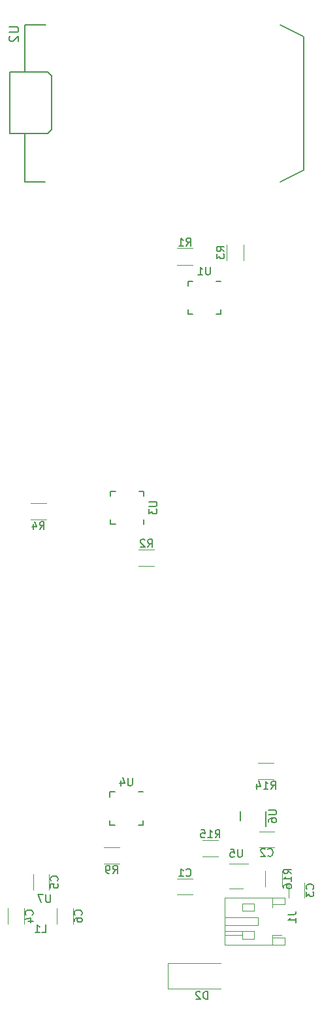
<source format=gbr>
G04 #@! TF.FileFunction,Legend,Bot*
%FSLAX46Y46*%
G04 Gerber Fmt 4.6, Leading zero omitted, Abs format (unit mm)*
G04 Created by KiCad (PCBNEW 4.0.6) date 07/28/17 14:14:33*
%MOMM*%
%LPD*%
G01*
G04 APERTURE LIST*
%ADD10C,0.100000*%
%ADD11C,0.120000*%
%ADD12C,0.150000*%
G04 APERTURE END LIST*
D10*
D11*
X71970000Y-147850000D02*
X71970000Y-149850000D01*
X69930000Y-149850000D02*
X69930000Y-147850000D01*
X68870000Y-143450000D02*
X68870000Y-145450000D01*
X66830000Y-145450000D02*
X66830000Y-143450000D01*
D12*
X98862137Y-53810000D02*
X101862137Y-52298805D01*
X98862137Y-33510000D02*
X101862137Y-35026805D01*
X101862137Y-35026805D02*
X101862137Y-52298805D01*
X65702137Y-39606605D02*
X65702137Y-33500000D01*
X65702137Y-33500000D02*
X68459137Y-33500000D01*
X65702137Y-53820000D02*
X68382937Y-53820000D01*
X65702137Y-53820000D02*
X65702137Y-47597000D01*
X68693737Y-47606605D02*
X69193737Y-47106605D01*
X69193737Y-47106605D02*
X69193737Y-40106605D01*
X69193737Y-40106605D02*
X68693737Y-39606605D01*
X68693737Y-47606605D02*
X63797137Y-47606605D01*
X63797137Y-47606605D02*
X63797137Y-39606605D01*
X68693737Y-39606605D02*
X63797137Y-39606605D01*
D11*
X65620000Y-147850000D02*
X65620000Y-149850000D01*
X63580000Y-149850000D02*
X63580000Y-147850000D01*
D12*
X93725000Y-136475000D02*
X93725000Y-135325000D01*
X96975000Y-137250000D02*
X96975000Y-135325000D01*
D11*
X94050000Y-145260000D02*
X92250000Y-145260000D01*
X92250000Y-142040000D02*
X94700000Y-142040000D01*
D12*
X76787500Y-132787500D02*
X76787500Y-133387500D01*
X81037500Y-137037500D02*
X81037500Y-136437500D01*
X76787500Y-137037500D02*
X76787500Y-136437500D01*
X81037500Y-132787500D02*
X80437500Y-132787500D01*
X81037500Y-137037500D02*
X80437500Y-137037500D01*
X76787500Y-137037500D02*
X77387500Y-137037500D01*
X76787500Y-132787500D02*
X77387500Y-132787500D01*
X81125000Y-93875000D02*
X80525000Y-93875000D01*
X76875000Y-98125000D02*
X77475000Y-98125000D01*
X76875000Y-93875000D02*
X77475000Y-93875000D01*
X81125000Y-98125000D02*
X81125000Y-97525000D01*
X76875000Y-98125000D02*
X76875000Y-97525000D01*
X76875000Y-93875000D02*
X76875000Y-94475000D01*
X81125000Y-93875000D02*
X81125000Y-94475000D01*
X86875000Y-66675000D02*
X86875000Y-67275000D01*
X91125000Y-70925000D02*
X91125000Y-70325000D01*
X86875000Y-70925000D02*
X86875000Y-70325000D01*
X91125000Y-66675000D02*
X90525000Y-66675000D01*
X91125000Y-70925000D02*
X90525000Y-70925000D01*
X86875000Y-70925000D02*
X87475000Y-70925000D01*
X86875000Y-66675000D02*
X87475000Y-66675000D01*
D11*
X96930000Y-143000000D02*
X96930000Y-145000000D01*
X99070000Y-145000000D02*
X99070000Y-143000000D01*
X88800000Y-141170000D02*
X90800000Y-141170000D01*
X90800000Y-139030000D02*
X88800000Y-139030000D01*
X98000000Y-129030000D02*
X96000000Y-129030000D01*
X96000000Y-131170000D02*
X98000000Y-131170000D01*
X78000000Y-139930000D02*
X76000000Y-139930000D01*
X76000000Y-142070000D02*
X78000000Y-142070000D01*
X68500000Y-95430000D02*
X66500000Y-95430000D01*
X66500000Y-97570000D02*
X68500000Y-97570000D01*
X94070000Y-64000000D02*
X94070000Y-62000000D01*
X91930000Y-62000000D02*
X91930000Y-64000000D01*
X80500000Y-103570000D02*
X82500000Y-103570000D01*
X82500000Y-101430000D02*
X80500000Y-101430000D01*
X85500000Y-64570000D02*
X87500000Y-64570000D01*
X87500000Y-62430000D02*
X85500000Y-62430000D01*
X91650000Y-150000000D02*
X96000000Y-150000000D01*
X96000000Y-150000000D02*
X96000000Y-149000000D01*
X96000000Y-149000000D02*
X91650000Y-149000000D01*
X97850000Y-151300000D02*
X97850000Y-151650000D01*
X97850000Y-151650000D02*
X99450000Y-151650000D01*
X99450000Y-151650000D02*
X99450000Y-152550000D01*
X99450000Y-152550000D02*
X91650000Y-152550000D01*
X91650000Y-152550000D02*
X91650000Y-146450000D01*
X91650000Y-146450000D02*
X99450000Y-146450000D01*
X99450000Y-146450000D02*
X99450000Y-147350000D01*
X99450000Y-147350000D02*
X97850000Y-147350000D01*
X97850000Y-147350000D02*
X97850000Y-147700000D01*
X97850000Y-152550000D02*
X97850000Y-151650000D01*
X97850000Y-146450000D02*
X97850000Y-147350000D01*
X95500000Y-151800000D02*
X93900000Y-151800000D01*
X93900000Y-151800000D02*
X93900000Y-150800000D01*
X93900000Y-150800000D02*
X95500000Y-150800000D01*
X95500000Y-150800000D02*
X95500000Y-151800000D01*
X95500000Y-147200000D02*
X93900000Y-147200000D01*
X93900000Y-147200000D02*
X93900000Y-148200000D01*
X93900000Y-148200000D02*
X95500000Y-148200000D01*
X95500000Y-148200000D02*
X95500000Y-147200000D01*
X93900000Y-150800000D02*
X91650000Y-150800000D01*
X93900000Y-151300000D02*
X91650000Y-151300000D01*
X97850000Y-151300000D02*
X99050000Y-151300000D01*
X84275000Y-158275000D02*
X84275000Y-154975000D01*
X84275000Y-154975000D02*
X91175000Y-154975000D01*
X84275000Y-158275000D02*
X91175000Y-158275000D01*
X102020000Y-144500000D02*
X102020000Y-146500000D01*
X99980000Y-146500000D02*
X99980000Y-144500000D01*
X98100000Y-139920000D02*
X96100000Y-139920000D01*
X96100000Y-137880000D02*
X98100000Y-137880000D01*
X85500000Y-143980000D02*
X87500000Y-143980000D01*
X87500000Y-146020000D02*
X85500000Y-146020000D01*
D12*
X73057143Y-148683334D02*
X73104762Y-148635715D01*
X73152381Y-148492858D01*
X73152381Y-148397620D01*
X73104762Y-148254762D01*
X73009524Y-148159524D01*
X72914286Y-148111905D01*
X72723810Y-148064286D01*
X72580952Y-148064286D01*
X72390476Y-148111905D01*
X72295238Y-148159524D01*
X72200000Y-148254762D01*
X72152381Y-148397620D01*
X72152381Y-148492858D01*
X72200000Y-148635715D01*
X72247619Y-148683334D01*
X72152381Y-149540477D02*
X72152381Y-149350000D01*
X72200000Y-149254762D01*
X72247619Y-149207143D01*
X72390476Y-149111905D01*
X72580952Y-149064286D01*
X72961905Y-149064286D01*
X73057143Y-149111905D01*
X73104762Y-149159524D01*
X73152381Y-149254762D01*
X73152381Y-149445239D01*
X73104762Y-149540477D01*
X73057143Y-149588096D01*
X72961905Y-149635715D01*
X72723810Y-149635715D01*
X72628571Y-149588096D01*
X72580952Y-149540477D01*
X72533333Y-149445239D01*
X72533333Y-149254762D01*
X72580952Y-149159524D01*
X72628571Y-149111905D01*
X72723810Y-149064286D01*
X69957143Y-144283334D02*
X70004762Y-144235715D01*
X70052381Y-144092858D01*
X70052381Y-143997620D01*
X70004762Y-143854762D01*
X69909524Y-143759524D01*
X69814286Y-143711905D01*
X69623810Y-143664286D01*
X69480952Y-143664286D01*
X69290476Y-143711905D01*
X69195238Y-143759524D01*
X69100000Y-143854762D01*
X69052381Y-143997620D01*
X69052381Y-144092858D01*
X69100000Y-144235715D01*
X69147619Y-144283334D01*
X69052381Y-145188096D02*
X69052381Y-144711905D01*
X69528571Y-144664286D01*
X69480952Y-144711905D01*
X69433333Y-144807143D01*
X69433333Y-145045239D01*
X69480952Y-145140477D01*
X69528571Y-145188096D01*
X69623810Y-145235715D01*
X69861905Y-145235715D01*
X69957143Y-145188096D01*
X70004762Y-145140477D01*
X70052381Y-145045239D01*
X70052381Y-144807143D01*
X70004762Y-144711905D01*
X69957143Y-144664286D01*
X63736594Y-33792319D02*
X64708023Y-33792319D01*
X64822308Y-33849462D01*
X64879451Y-33906605D01*
X64936594Y-34020891D01*
X64936594Y-34249462D01*
X64879451Y-34363748D01*
X64822308Y-34420891D01*
X64708023Y-34478034D01*
X63736594Y-34478034D01*
X63850880Y-34992319D02*
X63793737Y-35049462D01*
X63736594Y-35163748D01*
X63736594Y-35449462D01*
X63793737Y-35563748D01*
X63850880Y-35620891D01*
X63965166Y-35678034D01*
X64079451Y-35678034D01*
X64250880Y-35620891D01*
X64936594Y-34935177D01*
X64936594Y-35678034D01*
X66707143Y-148683334D02*
X66754762Y-148635715D01*
X66802381Y-148492858D01*
X66802381Y-148397620D01*
X66754762Y-148254762D01*
X66659524Y-148159524D01*
X66564286Y-148111905D01*
X66373810Y-148064286D01*
X66230952Y-148064286D01*
X66040476Y-148111905D01*
X65945238Y-148159524D01*
X65850000Y-148254762D01*
X65802381Y-148397620D01*
X65802381Y-148492858D01*
X65850000Y-148635715D01*
X65897619Y-148683334D01*
X66135714Y-149540477D02*
X66802381Y-149540477D01*
X65754762Y-149302381D02*
X66469048Y-149064286D01*
X66469048Y-149683334D01*
X69061905Y-146068424D02*
X69061905Y-146877948D01*
X69014286Y-146973186D01*
X68966667Y-147020805D01*
X68871429Y-147068424D01*
X68680952Y-147068424D01*
X68585714Y-147020805D01*
X68538095Y-146973186D01*
X68490476Y-146877948D01*
X68490476Y-146068424D01*
X68109524Y-146068424D02*
X67442857Y-146068424D01*
X67871429Y-147068424D01*
X67946666Y-150952381D02*
X68422857Y-150952381D01*
X68422857Y-149952381D01*
X67089523Y-150952381D02*
X67660952Y-150952381D01*
X67375238Y-150952381D02*
X67375238Y-149952381D01*
X67470476Y-150095238D01*
X67565714Y-150190476D01*
X67660952Y-150238095D01*
X97352381Y-135138095D02*
X98161905Y-135138095D01*
X98257143Y-135185714D01*
X98304762Y-135233333D01*
X98352381Y-135328571D01*
X98352381Y-135519048D01*
X98304762Y-135614286D01*
X98257143Y-135661905D01*
X98161905Y-135709524D01*
X97352381Y-135709524D01*
X97352381Y-136614286D02*
X97352381Y-136423809D01*
X97400000Y-136328571D01*
X97447619Y-136280952D01*
X97590476Y-136185714D01*
X97780952Y-136138095D01*
X98161905Y-136138095D01*
X98257143Y-136185714D01*
X98304762Y-136233333D01*
X98352381Y-136328571D01*
X98352381Y-136519048D01*
X98304762Y-136614286D01*
X98257143Y-136661905D01*
X98161905Y-136709524D01*
X97923810Y-136709524D01*
X97828571Y-136661905D01*
X97780952Y-136614286D01*
X97733333Y-136519048D01*
X97733333Y-136328571D01*
X97780952Y-136233333D01*
X97828571Y-136185714D01*
X97923810Y-136138095D01*
X93911905Y-140202381D02*
X93911905Y-141011905D01*
X93864286Y-141107143D01*
X93816667Y-141154762D01*
X93721429Y-141202381D01*
X93530952Y-141202381D01*
X93435714Y-141154762D01*
X93388095Y-141107143D01*
X93340476Y-141011905D01*
X93340476Y-140202381D01*
X92388095Y-140202381D02*
X92864286Y-140202381D01*
X92911905Y-140678571D01*
X92864286Y-140630952D01*
X92769048Y-140583333D01*
X92530952Y-140583333D01*
X92435714Y-140630952D01*
X92388095Y-140678571D01*
X92340476Y-140773810D01*
X92340476Y-141011905D01*
X92388095Y-141107143D01*
X92435714Y-141154762D01*
X92530952Y-141202381D01*
X92769048Y-141202381D01*
X92864286Y-141154762D01*
X92911905Y-141107143D01*
X79674405Y-130964881D02*
X79674405Y-131774405D01*
X79626786Y-131869643D01*
X79579167Y-131917262D01*
X79483929Y-131964881D01*
X79293452Y-131964881D01*
X79198214Y-131917262D01*
X79150595Y-131869643D01*
X79102976Y-131774405D01*
X79102976Y-130964881D01*
X78198214Y-131298214D02*
X78198214Y-131964881D01*
X78436310Y-130917262D02*
X78674405Y-131631548D01*
X78055357Y-131631548D01*
X81852381Y-95238095D02*
X82661905Y-95238095D01*
X82757143Y-95285714D01*
X82804762Y-95333333D01*
X82852381Y-95428571D01*
X82852381Y-95619048D01*
X82804762Y-95714286D01*
X82757143Y-95761905D01*
X82661905Y-95809524D01*
X81852381Y-95809524D01*
X81852381Y-96190476D02*
X81852381Y-96809524D01*
X82233333Y-96476190D01*
X82233333Y-96619048D01*
X82280952Y-96714286D01*
X82328571Y-96761905D01*
X82423810Y-96809524D01*
X82661905Y-96809524D01*
X82757143Y-96761905D01*
X82804762Y-96714286D01*
X82852381Y-96619048D01*
X82852381Y-96333333D01*
X82804762Y-96238095D01*
X82757143Y-96190476D01*
X89761905Y-64852381D02*
X89761905Y-65661905D01*
X89714286Y-65757143D01*
X89666667Y-65804762D01*
X89571429Y-65852381D01*
X89380952Y-65852381D01*
X89285714Y-65804762D01*
X89238095Y-65757143D01*
X89190476Y-65661905D01*
X89190476Y-64852381D01*
X88190476Y-65852381D02*
X88761905Y-65852381D01*
X88476191Y-65852381D02*
X88476191Y-64852381D01*
X88571429Y-64995238D01*
X88666667Y-65090476D01*
X88761905Y-65138095D01*
X100302381Y-143357143D02*
X99826190Y-143023809D01*
X100302381Y-142785714D02*
X99302381Y-142785714D01*
X99302381Y-143166667D01*
X99350000Y-143261905D01*
X99397619Y-143309524D01*
X99492857Y-143357143D01*
X99635714Y-143357143D01*
X99730952Y-143309524D01*
X99778571Y-143261905D01*
X99826190Y-143166667D01*
X99826190Y-142785714D01*
X100302381Y-144309524D02*
X100302381Y-143738095D01*
X100302381Y-144023809D02*
X99302381Y-144023809D01*
X99445238Y-143928571D01*
X99540476Y-143833333D01*
X99588095Y-143738095D01*
X99302381Y-145166667D02*
X99302381Y-144976190D01*
X99350000Y-144880952D01*
X99397619Y-144833333D01*
X99540476Y-144738095D01*
X99730952Y-144690476D01*
X100111905Y-144690476D01*
X100207143Y-144738095D01*
X100254762Y-144785714D01*
X100302381Y-144880952D01*
X100302381Y-145071429D01*
X100254762Y-145166667D01*
X100207143Y-145214286D01*
X100111905Y-145261905D01*
X99873810Y-145261905D01*
X99778571Y-145214286D01*
X99730952Y-145166667D01*
X99683333Y-145071429D01*
X99683333Y-144880952D01*
X99730952Y-144785714D01*
X99778571Y-144738095D01*
X99873810Y-144690476D01*
X90442857Y-138702381D02*
X90776191Y-138226190D01*
X91014286Y-138702381D02*
X91014286Y-137702381D01*
X90633333Y-137702381D01*
X90538095Y-137750000D01*
X90490476Y-137797619D01*
X90442857Y-137892857D01*
X90442857Y-138035714D01*
X90490476Y-138130952D01*
X90538095Y-138178571D01*
X90633333Y-138226190D01*
X91014286Y-138226190D01*
X89490476Y-138702381D02*
X90061905Y-138702381D01*
X89776191Y-138702381D02*
X89776191Y-137702381D01*
X89871429Y-137845238D01*
X89966667Y-137940476D01*
X90061905Y-137988095D01*
X88585714Y-137702381D02*
X89061905Y-137702381D01*
X89109524Y-138178571D01*
X89061905Y-138130952D01*
X88966667Y-138083333D01*
X88728571Y-138083333D01*
X88633333Y-138130952D01*
X88585714Y-138178571D01*
X88538095Y-138273810D01*
X88538095Y-138511905D01*
X88585714Y-138607143D01*
X88633333Y-138654762D01*
X88728571Y-138702381D01*
X88966667Y-138702381D01*
X89061905Y-138654762D01*
X89109524Y-138607143D01*
X97642857Y-132402381D02*
X97976191Y-131926190D01*
X98214286Y-132402381D02*
X98214286Y-131402381D01*
X97833333Y-131402381D01*
X97738095Y-131450000D01*
X97690476Y-131497619D01*
X97642857Y-131592857D01*
X97642857Y-131735714D01*
X97690476Y-131830952D01*
X97738095Y-131878571D01*
X97833333Y-131926190D01*
X98214286Y-131926190D01*
X96690476Y-132402381D02*
X97261905Y-132402381D01*
X96976191Y-132402381D02*
X96976191Y-131402381D01*
X97071429Y-131545238D01*
X97166667Y-131640476D01*
X97261905Y-131688095D01*
X95833333Y-131735714D02*
X95833333Y-132402381D01*
X96071429Y-131354762D02*
X96309524Y-132069048D01*
X95690476Y-132069048D01*
X77166666Y-143302381D02*
X77500000Y-142826190D01*
X77738095Y-143302381D02*
X77738095Y-142302381D01*
X77357142Y-142302381D01*
X77261904Y-142350000D01*
X77214285Y-142397619D01*
X77166666Y-142492857D01*
X77166666Y-142635714D01*
X77214285Y-142730952D01*
X77261904Y-142778571D01*
X77357142Y-142826190D01*
X77738095Y-142826190D01*
X76690476Y-143302381D02*
X76500000Y-143302381D01*
X76404761Y-143254762D01*
X76357142Y-143207143D01*
X76261904Y-143064286D01*
X76214285Y-142873810D01*
X76214285Y-142492857D01*
X76261904Y-142397619D01*
X76309523Y-142350000D01*
X76404761Y-142302381D01*
X76595238Y-142302381D01*
X76690476Y-142350000D01*
X76738095Y-142397619D01*
X76785714Y-142492857D01*
X76785714Y-142730952D01*
X76738095Y-142826190D01*
X76690476Y-142873810D01*
X76595238Y-142921429D01*
X76404761Y-142921429D01*
X76309523Y-142873810D01*
X76261904Y-142826190D01*
X76214285Y-142730952D01*
X67666666Y-98802381D02*
X68000000Y-98326190D01*
X68238095Y-98802381D02*
X68238095Y-97802381D01*
X67857142Y-97802381D01*
X67761904Y-97850000D01*
X67714285Y-97897619D01*
X67666666Y-97992857D01*
X67666666Y-98135714D01*
X67714285Y-98230952D01*
X67761904Y-98278571D01*
X67857142Y-98326190D01*
X68238095Y-98326190D01*
X66809523Y-98135714D02*
X66809523Y-98802381D01*
X67047619Y-97754762D02*
X67285714Y-98469048D01*
X66666666Y-98469048D01*
X91602381Y-62833334D02*
X91126190Y-62500000D01*
X91602381Y-62261905D02*
X90602381Y-62261905D01*
X90602381Y-62642858D01*
X90650000Y-62738096D01*
X90697619Y-62785715D01*
X90792857Y-62833334D01*
X90935714Y-62833334D01*
X91030952Y-62785715D01*
X91078571Y-62738096D01*
X91126190Y-62642858D01*
X91126190Y-62261905D01*
X90602381Y-63166667D02*
X90602381Y-63785715D01*
X90983333Y-63452381D01*
X90983333Y-63595239D01*
X91030952Y-63690477D01*
X91078571Y-63738096D01*
X91173810Y-63785715D01*
X91411905Y-63785715D01*
X91507143Y-63738096D01*
X91554762Y-63690477D01*
X91602381Y-63595239D01*
X91602381Y-63309524D01*
X91554762Y-63214286D01*
X91507143Y-63166667D01*
X81666666Y-101102381D02*
X82000000Y-100626190D01*
X82238095Y-101102381D02*
X82238095Y-100102381D01*
X81857142Y-100102381D01*
X81761904Y-100150000D01*
X81714285Y-100197619D01*
X81666666Y-100292857D01*
X81666666Y-100435714D01*
X81714285Y-100530952D01*
X81761904Y-100578571D01*
X81857142Y-100626190D01*
X82238095Y-100626190D01*
X81285714Y-100197619D02*
X81238095Y-100150000D01*
X81142857Y-100102381D01*
X80904761Y-100102381D01*
X80809523Y-100150000D01*
X80761904Y-100197619D01*
X80714285Y-100292857D01*
X80714285Y-100388095D01*
X80761904Y-100530952D01*
X81333333Y-101102381D01*
X80714285Y-101102381D01*
X86666666Y-62102381D02*
X87000000Y-61626190D01*
X87238095Y-62102381D02*
X87238095Y-61102381D01*
X86857142Y-61102381D01*
X86761904Y-61150000D01*
X86714285Y-61197619D01*
X86666666Y-61292857D01*
X86666666Y-61435714D01*
X86714285Y-61530952D01*
X86761904Y-61578571D01*
X86857142Y-61626190D01*
X87238095Y-61626190D01*
X85714285Y-62102381D02*
X86285714Y-62102381D01*
X86000000Y-62102381D02*
X86000000Y-61102381D01*
X86095238Y-61245238D01*
X86190476Y-61340476D01*
X86285714Y-61388095D01*
X99902381Y-148666667D02*
X100616667Y-148666667D01*
X100759524Y-148619047D01*
X100854762Y-148523809D01*
X100902381Y-148380952D01*
X100902381Y-148285714D01*
X100902381Y-149666667D02*
X100902381Y-149095238D01*
X100902381Y-149380952D02*
X99902381Y-149380952D01*
X100045238Y-149285714D01*
X100140476Y-149190476D01*
X100188095Y-149095238D01*
X89413095Y-159577381D02*
X89413095Y-158577381D01*
X89175000Y-158577381D01*
X89032142Y-158625000D01*
X88936904Y-158720238D01*
X88889285Y-158815476D01*
X88841666Y-159005952D01*
X88841666Y-159148810D01*
X88889285Y-159339286D01*
X88936904Y-159434524D01*
X89032142Y-159529762D01*
X89175000Y-159577381D01*
X89413095Y-159577381D01*
X88460714Y-158672619D02*
X88413095Y-158625000D01*
X88317857Y-158577381D01*
X88079761Y-158577381D01*
X87984523Y-158625000D01*
X87936904Y-158672619D01*
X87889285Y-158767857D01*
X87889285Y-158863095D01*
X87936904Y-159005952D01*
X88508333Y-159577381D01*
X87889285Y-159577381D01*
X103107143Y-145333334D02*
X103154762Y-145285715D01*
X103202381Y-145142858D01*
X103202381Y-145047620D01*
X103154762Y-144904762D01*
X103059524Y-144809524D01*
X102964286Y-144761905D01*
X102773810Y-144714286D01*
X102630952Y-144714286D01*
X102440476Y-144761905D01*
X102345238Y-144809524D01*
X102250000Y-144904762D01*
X102202381Y-145047620D01*
X102202381Y-145142858D01*
X102250000Y-145285715D01*
X102297619Y-145333334D01*
X102202381Y-145666667D02*
X102202381Y-146285715D01*
X102583333Y-145952381D01*
X102583333Y-146095239D01*
X102630952Y-146190477D01*
X102678571Y-146238096D01*
X102773810Y-146285715D01*
X103011905Y-146285715D01*
X103107143Y-146238096D01*
X103154762Y-146190477D01*
X103202381Y-146095239D01*
X103202381Y-145809524D01*
X103154762Y-145714286D01*
X103107143Y-145666667D01*
X97266666Y-141007143D02*
X97314285Y-141054762D01*
X97457142Y-141102381D01*
X97552380Y-141102381D01*
X97695238Y-141054762D01*
X97790476Y-140959524D01*
X97838095Y-140864286D01*
X97885714Y-140673810D01*
X97885714Y-140530952D01*
X97838095Y-140340476D01*
X97790476Y-140245238D01*
X97695238Y-140150000D01*
X97552380Y-140102381D01*
X97457142Y-140102381D01*
X97314285Y-140150000D01*
X97266666Y-140197619D01*
X96885714Y-140197619D02*
X96838095Y-140150000D01*
X96742857Y-140102381D01*
X96504761Y-140102381D01*
X96409523Y-140150000D01*
X96361904Y-140197619D01*
X96314285Y-140292857D01*
X96314285Y-140388095D01*
X96361904Y-140530952D01*
X96933333Y-141102381D01*
X96314285Y-141102381D01*
X86666666Y-143607143D02*
X86714285Y-143654762D01*
X86857142Y-143702381D01*
X86952380Y-143702381D01*
X87095238Y-143654762D01*
X87190476Y-143559524D01*
X87238095Y-143464286D01*
X87285714Y-143273810D01*
X87285714Y-143130952D01*
X87238095Y-142940476D01*
X87190476Y-142845238D01*
X87095238Y-142750000D01*
X86952380Y-142702381D01*
X86857142Y-142702381D01*
X86714285Y-142750000D01*
X86666666Y-142797619D01*
X85714285Y-143702381D02*
X86285714Y-143702381D01*
X86000000Y-143702381D02*
X86000000Y-142702381D01*
X86095238Y-142845238D01*
X86190476Y-142940476D01*
X86285714Y-142988095D01*
M02*

</source>
